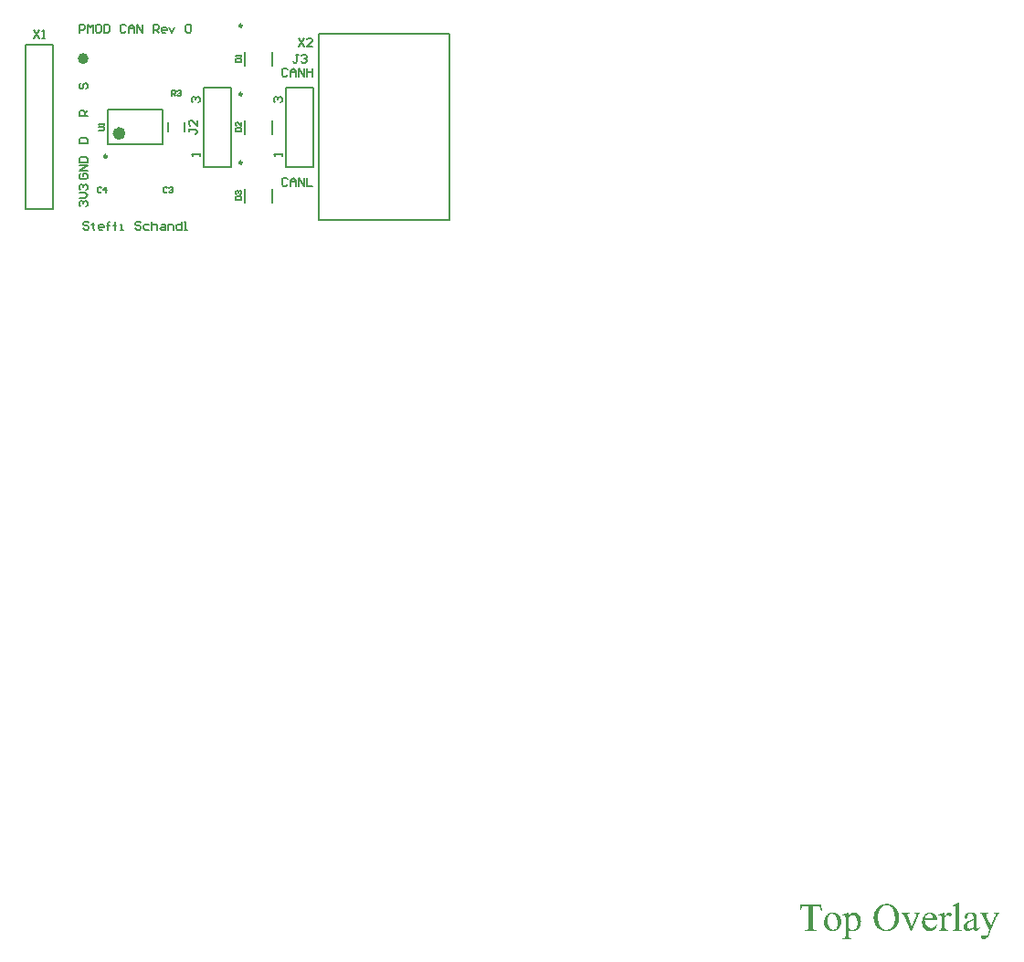
<source format=gbr>
%TF.GenerationSoftware,Altium Limited,Altium Designer,21.3.0 (21)*%
G04 Layer_Color=65535*
%FSLAX45Y45*%
%MOMM*%
%TF.SameCoordinates,798F48EE-B9F3-42F3-8741-5E889E50E555*%
%TF.FilePolarity,Positive*%
%TF.FileFunction,Legend,Top*%
%TF.Part,Single*%
G01*
G75*
%TA.AperFunction,NonConductor*%
%ADD23C,0.20000*%
%ADD24C,0.20320*%
%ADD32C,0.50800*%
%ADD33C,0.60000*%
%ADD34C,0.25000*%
%ADD35C,0.12700*%
G36*
X30175827Y12544020D02*
X30168716D01*
Y12544358D01*
Y12544697D01*
X30168378Y12546390D01*
X30168039Y12549098D01*
X30167361Y12552484D01*
X30166006Y12559594D01*
X30164993Y12562980D01*
X30163638Y12565689D01*
X30163300Y12566027D01*
X30162622Y12567382D01*
X30161267Y12569075D01*
X30159573Y12571445D01*
X30157544Y12573815D01*
X30154834Y12576523D01*
X30152127Y12578894D01*
X30148740Y12580925D01*
X30148401Y12581264D01*
X30147046Y12581602D01*
X30145016Y12582618D01*
X30142307Y12583634D01*
X30138922Y12584311D01*
X30134518Y12585327D01*
X30129779Y12585665D01*
X30124362Y12586004D01*
X30090503D01*
Y12400122D01*
Y12399784D01*
Y12399107D01*
Y12398091D01*
Y12396398D01*
X30090842Y12392673D01*
X30091180Y12388272D01*
X30091519Y12383532D01*
X30092535Y12379130D01*
X30093552Y12375067D01*
X30094568Y12373713D01*
X30095245Y12372359D01*
X30095581Y12372020D01*
X30096597Y12371343D01*
X30098291Y12369988D01*
X30100323Y12368634D01*
X30103369Y12367280D01*
X30107095Y12365925D01*
X30111157Y12365248D01*
X30116235Y12364910D01*
X30124701D01*
Y12358138D01*
X30021094D01*
Y12364910D01*
X30032269D01*
X30034976Y12365248D01*
X30038361Y12365925D01*
X30041748Y12367280D01*
X30045471Y12368634D01*
X30048859Y12371004D01*
X30051904Y12374051D01*
X30052243Y12374390D01*
X30052582Y12375406D01*
X30053259Y12377099D01*
X30053937Y12379469D01*
X30054614Y12382855D01*
X30055292Y12387595D01*
X30055969Y12393012D01*
Y12396398D01*
Y12400122D01*
Y12586004D01*
X30020755D01*
X30017032Y12585665D01*
X30009244Y12584988D01*
X30005521Y12584311D01*
X30002472Y12583295D01*
X30002133D01*
X30000778Y12582618D01*
X29999088Y12581602D01*
X29997055Y12580248D01*
X29994345Y12578555D01*
X29991638Y12576185D01*
X29988928Y12573476D01*
X29986221Y12570090D01*
X29985883Y12569752D01*
X29985205Y12568398D01*
X29984189Y12566366D01*
X29982834Y12563319D01*
X29981479Y12559594D01*
X29980466Y12555193D01*
X29979449Y12549776D01*
X29978772Y12544020D01*
X29972000D01*
X29974371Y12601240D01*
X30173456D01*
X30175827Y12544020D01*
D02*
G37*
G36*
X31360187Y12526752D02*
X31362555Y12526413D01*
X31364926Y12525736D01*
X31367975Y12524382D01*
X31370682Y12523028D01*
X31373053Y12520996D01*
X31373392Y12520657D01*
X31374069Y12519980D01*
X31375085Y12518626D01*
X31376437Y12516933D01*
X31377792Y12514902D01*
X31378809Y12512531D01*
X31379486Y12509823D01*
X31379825Y12507114D01*
Y12506776D01*
Y12506098D01*
X31379486Y12504744D01*
X31379147Y12503051D01*
X31377792Y12498988D01*
X31376776Y12497295D01*
X31375085Y12495264D01*
X31374744Y12494925D01*
X31374408Y12494587D01*
X31373392Y12493909D01*
X31372037Y12492894D01*
X31368311Y12491201D01*
X31366281Y12490862D01*
X31363910Y12490524D01*
X31362894D01*
X31361542Y12490862D01*
X31359848Y12491201D01*
X31357477Y12491878D01*
X31355106Y12493232D01*
X31352399Y12494587D01*
X31349689Y12496618D01*
X31349353Y12496957D01*
X31348337Y12497634D01*
X31346982Y12498650D01*
X31345288Y12500004D01*
X31341565Y12502035D01*
X31339871Y12502713D01*
X31338177Y12503051D01*
X31337500D01*
X31336148Y12502713D01*
X31334116Y12501358D01*
X31332761Y12500681D01*
X31331406Y12499327D01*
X31331067Y12498988D01*
X31330051Y12497972D01*
X31328360Y12495941D01*
X31326328Y12493571D01*
X31323959Y12490185D01*
X31320911Y12485784D01*
X31317862Y12480705D01*
X31314816Y12474949D01*
Y12396398D01*
Y12395721D01*
Y12394028D01*
X31315155Y12391658D01*
Y12388610D01*
X31316171Y12381839D01*
X31317188Y12378453D01*
X31318201Y12375744D01*
Y12375406D01*
X31318542Y12375067D01*
X31320233Y12373036D01*
X31322604Y12370327D01*
X31326328Y12367618D01*
X31326666D01*
X31327344Y12367280D01*
X31328699Y12366603D01*
X31330731Y12366264D01*
X31333099Y12365587D01*
X31336148Y12364910D01*
X31339532Y12364571D01*
X31343597D01*
Y12358138D01*
X31259290D01*
Y12364571D01*
X31261319D01*
X31263351Y12364910D01*
X31266061D01*
X31272156Y12366264D01*
X31275201Y12366941D01*
X31277573Y12368296D01*
X31277911D01*
X31278250Y12368973D01*
X31280280Y12370666D01*
X31282312Y12373713D01*
X31284006Y12377776D01*
Y12378114D01*
X31284344Y12378453D01*
Y12379469D01*
X31284683Y12381162D01*
Y12383532D01*
X31285022Y12386579D01*
Y12390303D01*
Y12395382D01*
Y12458697D01*
Y12459036D01*
Y12460051D01*
Y12461406D01*
Y12463099D01*
Y12465469D01*
Y12467839D01*
Y12473595D01*
X31284683Y12479350D01*
X31284344Y12485106D01*
Y12487476D01*
X31284006Y12489508D01*
Y12491201D01*
X31283667Y12492555D01*
Y12492894D01*
X31283328Y12493571D01*
X31282651Y12495602D01*
X31281296Y12498311D01*
X31279266Y12500681D01*
X31278589Y12501020D01*
X31277234Y12502035D01*
X31274863Y12502713D01*
X31271478Y12503051D01*
X31269446D01*
X31267752Y12502713D01*
X31264029Y12502035D01*
X31258951Y12500681D01*
X31257257Y12507114D01*
X31307028Y12527091D01*
X31314816D01*
Y12489846D01*
X31315155Y12490185D01*
X31315833Y12491539D01*
X31316849Y12493232D01*
X31318201Y12495602D01*
X31320233Y12498650D01*
X31322266Y12501697D01*
X31327682Y12508469D01*
X31334116Y12515240D01*
X31337500Y12518626D01*
X31341226Y12521335D01*
X31344949Y12523705D01*
X31348672Y12525398D01*
X31352737Y12526752D01*
X31356799Y12527091D01*
X31358493D01*
X31360187Y12526752D01*
D02*
G37*
G36*
X30481903D02*
X30483936Y12526413D01*
X30486646Y12526075D01*
X30492401Y12524720D01*
X30498834Y12522350D01*
X30502219Y12520657D01*
X30505606Y12518965D01*
X30509329Y12516594D01*
X30512714Y12513886D01*
X30516101Y12510839D01*
X30519150Y12507453D01*
X30519489Y12507114D01*
X30520163Y12506437D01*
X30521179Y12505083D01*
X30522195Y12503051D01*
X30523889Y12500681D01*
X30525583Y12497972D01*
X30527274Y12494587D01*
X30529306Y12490862D01*
X30531339Y12486799D01*
X30533029Y12482059D01*
X30534723Y12476980D01*
X30536417Y12471563D01*
X30537433Y12465469D01*
X30538449Y12459374D01*
X30539124Y12452941D01*
X30539462Y12445831D01*
Y12445492D01*
Y12444138D01*
Y12441768D01*
X30539124Y12438721D01*
X30538785Y12435335D01*
X30538110Y12430933D01*
X30537433Y12426193D01*
X30536417Y12421114D01*
X30535062Y12415697D01*
X30533368Y12410280D01*
X30531339Y12404185D01*
X30528967Y12398429D01*
X30526260Y12392673D01*
X30522873Y12386579D01*
X30519150Y12381162D01*
X30514746Y12375744D01*
X30514407Y12375406D01*
X30513730Y12374729D01*
X30512714Y12373713D01*
X30511023Y12372359D01*
X30509329Y12370327D01*
X30506961Y12368634D01*
X30503912Y12366603D01*
X30500864Y12364571D01*
X30497479Y12362201D01*
X30493756Y12360170D01*
X30484952Y12356784D01*
X30480212Y12355091D01*
X30475134Y12354075D01*
X30470053Y12353398D01*
X30464297Y12353059D01*
X30461929D01*
X30459558Y12353398D01*
X30456512Y12353737D01*
X30452786Y12354075D01*
X30449063Y12354752D01*
X30444998Y12355768D01*
X30441275Y12357122D01*
X30440936D01*
X30439920Y12357800D01*
X30438565Y12358477D01*
X30436536Y12359492D01*
X30434164Y12360847D01*
X30431458Y12362540D01*
X30428748Y12364910D01*
X30425360Y12367618D01*
Y12317508D01*
Y12317170D01*
Y12316831D01*
Y12314800D01*
Y12312091D01*
X30425699Y12308705D01*
Y12304981D01*
X30426376Y12301595D01*
X30426715Y12298548D01*
X30427393Y12296178D01*
Y12295839D01*
X30427731Y12295500D01*
X30429086Y12293469D01*
X30431116Y12291099D01*
X30434503Y12288729D01*
X30434842D01*
X30435519Y12288390D01*
X30436874Y12288052D01*
X30438904Y12287374D01*
X30441275Y12287036D01*
X30444659Y12286359D01*
X30448386Y12286020D01*
X30453125D01*
Y12279587D01*
X30367126D01*
Y12286020D01*
X30373221D01*
X30374911Y12286359D01*
X30377283Y12286697D01*
X30382700Y12287713D01*
X30385410Y12288729D01*
X30388116Y12290083D01*
X30388794Y12290422D01*
X30390149Y12291437D01*
X30391843Y12293469D01*
X30393536Y12296178D01*
Y12296516D01*
X30393872Y12297193D01*
X30394211Y12298548D01*
X30394550Y12300579D01*
X30394888Y12303626D01*
X30395227Y12307351D01*
X30395566Y12312430D01*
Y12318524D01*
Y12474272D01*
Y12474610D01*
Y12474949D01*
Y12476980D01*
Y12479689D01*
X30395227Y12482736D01*
Y12486122D01*
X30394888Y12489508D01*
X30394550Y12492217D01*
X30393872Y12494248D01*
Y12494587D01*
X30393536Y12494925D01*
X30392856Y12496618D01*
X30391165Y12498988D01*
X30389133Y12500681D01*
X30388455Y12501020D01*
X30387103Y12502035D01*
X30384393Y12502713D01*
X30380667Y12503051D01*
X30378976D01*
X30377960Y12502713D01*
X30374234Y12502035D01*
X30369833Y12500681D01*
X30367801Y12506437D01*
X30418250Y12526413D01*
X30425360D01*
Y12488492D01*
X30426038Y12489169D01*
X30426715Y12490185D01*
X30427393Y12491539D01*
X30430099Y12495264D01*
X30433148Y12500004D01*
X30437213Y12504744D01*
X30441275Y12509823D01*
X30446014Y12514563D01*
X30450754Y12518287D01*
X30451431Y12518626D01*
X30453125Y12519642D01*
X30455496Y12520996D01*
X30458881Y12522689D01*
X30462943Y12524382D01*
X30467685Y12525736D01*
X30472763Y12526752D01*
X30477841Y12527091D01*
X30480212D01*
X30481903Y12526752D01*
D02*
G37*
G36*
X31823367Y12515917D02*
X31823029D01*
X31822351Y12515579D01*
X31820996D01*
X31819641Y12515240D01*
X31816257Y12514224D01*
X31813208Y12512870D01*
X31812531Y12512531D01*
X31810840Y12511177D01*
X31808469Y12508469D01*
X31806775Y12506776D01*
X31805423Y12504744D01*
X31805084Y12504067D01*
X31804745Y12503390D01*
X31804068Y12502035D01*
X31803052Y12500343D01*
X31802036Y12497972D01*
X31801019Y12494925D01*
X31799326Y12491201D01*
X31732288Y12327327D01*
Y12326989D01*
X31731949Y12326311D01*
X31731271Y12324957D01*
X31730594Y12323603D01*
X31729578Y12321571D01*
X31728564Y12319201D01*
X31725516Y12314122D01*
X31721793Y12308028D01*
X31717728Y12302272D01*
X31712650Y12296516D01*
X31706894Y12291437D01*
X31706216Y12290760D01*
X31704187Y12289406D01*
X31701138Y12287374D01*
X31697415Y12285343D01*
X31692673Y12282973D01*
X31687933Y12280941D01*
X31682516Y12279587D01*
X31677100Y12278910D01*
X31675406D01*
X31673376Y12279248D01*
X31671005Y12279587D01*
X31668295Y12280603D01*
X31665250Y12281619D01*
X31662540Y12283311D01*
X31659830Y12285343D01*
X31659494Y12285682D01*
X31658817Y12286359D01*
X31657800Y12287713D01*
X31656445Y12289406D01*
X31655090Y12291437D01*
X31654074Y12293808D01*
X31653397Y12296516D01*
X31653061Y12299225D01*
Y12299563D01*
Y12300579D01*
X31653397Y12301933D01*
X31653738Y12303626D01*
X31655090Y12307689D01*
X31656107Y12309382D01*
X31657800Y12311414D01*
X31658139Y12311752D01*
X31658817Y12312091D01*
X31659830Y12312768D01*
X31661185Y12313784D01*
X31663217Y12314461D01*
X31665588Y12315138D01*
X31668295Y12315477D01*
X31671344Y12315815D01*
X31672360D01*
X31673712Y12315477D01*
X31675406D01*
X31677777Y12314800D01*
X31680484Y12314122D01*
X31683533Y12313445D01*
X31687256Y12312091D01*
X31687595D01*
X31688272Y12311752D01*
X31689627Y12311414D01*
X31690982Y12310737D01*
X31694028Y12309721D01*
X31695044Y12309382D01*
X31697076D01*
X31698090Y12309721D01*
X31699445Y12310059D01*
X31701477Y12310737D01*
X31703510Y12311752D01*
X31705539Y12313107D01*
X31707910Y12315138D01*
X31708249Y12315477D01*
X31708926Y12316154D01*
X31710281Y12317847D01*
X31711972Y12319878D01*
X31714005Y12322587D01*
X31716037Y12326311D01*
X31718405Y12331052D01*
X31720776Y12336469D01*
X31732288Y12364910D01*
X31673376Y12488154D01*
Y12488492D01*
X31673035Y12489169D01*
X31672360Y12490524D01*
X31671344Y12492217D01*
X31669989Y12494248D01*
X31668634Y12496618D01*
X31664911Y12502035D01*
X31664572Y12502374D01*
X31664233Y12503051D01*
X31663217Y12504067D01*
X31662201Y12505421D01*
X31659830Y12508469D01*
X31658478Y12509823D01*
X31657462Y12510839D01*
X31657123D01*
X31656784Y12511177D01*
X31655768Y12511854D01*
X31654413Y12512531D01*
X31652383Y12513209D01*
X31650351Y12514224D01*
X31647305Y12514902D01*
X31644257Y12515917D01*
Y12522350D01*
X31720776D01*
Y12515917D01*
X31715698D01*
X31714343Y12515579D01*
X31712650D01*
X31708588Y12514224D01*
X31706555Y12513547D01*
X31704865Y12512193D01*
X31704187Y12511516D01*
X31702832Y12509823D01*
X31701477Y12507114D01*
X31701138Y12505421D01*
X31700800Y12503390D01*
Y12503051D01*
Y12502035D01*
X31701138Y12500681D01*
X31701477Y12498311D01*
X31702155Y12495602D01*
X31703510Y12492555D01*
X31704865Y12488492D01*
X31706894Y12484091D01*
X31746848Y12401138D01*
X31783752Y12491878D01*
Y12492217D01*
X31784091Y12493232D01*
X31784769Y12494587D01*
X31785446Y12496618D01*
X31786462Y12501020D01*
X31786801Y12506437D01*
Y12507114D01*
Y12508469D01*
X31786121Y12510161D01*
X31785446Y12511516D01*
X31785107Y12511854D01*
X31784430Y12512531D01*
X31783075Y12513547D01*
X31781042Y12514563D01*
X31780365Y12514902D01*
X31779688D01*
X31778674Y12515240D01*
X31776981Y12515579D01*
X31775287D01*
X31772919Y12515917D01*
X31770209D01*
Y12522350D01*
X31823367D01*
Y12515917D01*
D02*
G37*
G36*
X31088983D02*
X31088644D01*
X31087289Y12515579D01*
X31085934D01*
X31083902Y12514902D01*
X31079501Y12513886D01*
X31077469Y12512870D01*
X31075778Y12511854D01*
X31075439Y12511516D01*
X31074762Y12510839D01*
X31073746Y12509484D01*
X31072052Y12507453D01*
X31070361Y12505083D01*
X31068668Y12502035D01*
X31066635Y12497972D01*
X31064603Y12493571D01*
X31007047Y12353059D01*
X30999258D01*
X30941022Y12491539D01*
X30940683Y12491878D01*
X30940344Y12493232D01*
X30939667Y12494925D01*
X30938651Y12496957D01*
X30935944Y12501697D01*
X30934589Y12503728D01*
X30933234Y12505421D01*
Y12505760D01*
X30932556Y12506098D01*
X30930865Y12508130D01*
X30928156Y12510161D01*
X30924432Y12512531D01*
X30923755Y12512870D01*
X30923077Y12513209D01*
X30921722Y12513547D01*
X30920029Y12514224D01*
X30917999Y12514563D01*
X30915289Y12515240D01*
X30912241Y12515917D01*
Y12522350D01*
X30989099D01*
Y12515917D01*
X30983344D01*
X30981989Y12515579D01*
X30980298D01*
X30976910Y12514224D01*
X30975217Y12513547D01*
X30973526Y12512193D01*
X30972849Y12511516D01*
X30971832Y12509823D01*
X30970816Y12506776D01*
X30970139Y12503051D01*
Y12502713D01*
Y12502035D01*
X30970477Y12500681D01*
Y12498988D01*
X30971155Y12496957D01*
X30971832Y12494248D01*
X30972510Y12491539D01*
X30973865Y12488492D01*
X31011786Y12397752D01*
X31050046Y12491878D01*
X31050385Y12492217D01*
X31050723Y12493571D01*
X31051398Y12495264D01*
X31052078Y12497634D01*
X31053430Y12502374D01*
X31054108Y12505083D01*
Y12507114D01*
Y12507453D01*
X31053769Y12508469D01*
X31053430Y12509823D01*
X31052414Y12511177D01*
X31052078Y12511516D01*
X31051062Y12512531D01*
X31049707Y12513886D01*
X31047675Y12514902D01*
X31046997Y12515240D01*
X31046320D01*
X31044965Y12515579D01*
X31043274D01*
X31041241Y12515917D01*
X31035147D01*
Y12522350D01*
X31088983D01*
Y12515917D01*
D02*
G37*
G36*
X31445508Y12395382D02*
Y12394705D01*
Y12393012D01*
Y12390303D01*
X31445847Y12386918D01*
Y12383532D01*
X31446524Y12380146D01*
X31446863Y12377099D01*
X31447540Y12374729D01*
Y12374390D01*
X31447879Y12374051D01*
X31449234Y12372020D01*
X31451266Y12369311D01*
X31454312Y12366941D01*
X31454651D01*
X31455328Y12366603D01*
X31456342Y12366264D01*
X31458374Y12365925D01*
X31460745Y12365248D01*
X31463791Y12364910D01*
X31467517Y12364571D01*
X31471918D01*
Y12358138D01*
X31391336D01*
Y12364571D01*
X31395059D01*
X31397430Y12364910D01*
X31402509Y12365587D01*
X31404880Y12365925D01*
X31406573Y12366603D01*
X31406912D01*
X31407248Y12366941D01*
X31408942Y12368634D01*
X31411313Y12371004D01*
X31413345Y12374390D01*
Y12374729D01*
X31413681Y12375406D01*
X31414020Y12377099D01*
X31414697Y12379130D01*
X31415036Y12381839D01*
X31415375Y12385563D01*
X31415714Y12389965D01*
Y12395382D01*
Y12544697D01*
Y12545035D01*
Y12546051D01*
Y12547405D01*
Y12549098D01*
Y12551130D01*
Y12553838D01*
Y12559256D01*
X31415375Y12565012D01*
X31415036Y12570429D01*
Y12572799D01*
X31414697Y12575169D01*
Y12576862D01*
X31414359Y12578216D01*
Y12578555D01*
X31414020Y12579232D01*
X31413681Y12580248D01*
X31413345Y12581602D01*
X31411990Y12584649D01*
X31411313Y12586004D01*
X31410297Y12587020D01*
X31409958Y12587358D01*
X31408264Y12588374D01*
X31406232Y12589051D01*
X31403186Y12589390D01*
X31401492D01*
X31400140Y12589051D01*
X31398447Y12588712D01*
X31396414Y12588374D01*
X31391336Y12586681D01*
X31388626Y12593114D01*
X31437384Y12613090D01*
X31445508D01*
Y12395382D01*
D02*
G37*
G36*
X31563675Y12526752D02*
X31566043D01*
X31571124Y12526075D01*
X31576541Y12525398D01*
X31582635Y12524043D01*
X31588730Y12522012D01*
X31594147Y12519642D01*
X31594485Y12519303D01*
X31595840Y12518626D01*
X31597870Y12517272D01*
X31599902Y12515240D01*
X31602612Y12512870D01*
X31605319Y12509823D01*
X31607690Y12506437D01*
X31609720Y12502374D01*
Y12502035D01*
X31610397Y12500681D01*
X31610736Y12498650D01*
X31611414Y12495602D01*
X31612091Y12491201D01*
X31612430Y12485784D01*
X31612769Y12482736D01*
X31613107Y12479012D01*
Y12475287D01*
Y12470886D01*
Y12415020D01*
Y12414681D01*
Y12414004D01*
Y12412988D01*
Y12411295D01*
Y12407232D01*
Y12402831D01*
X31613446Y12397752D01*
Y12393012D01*
Y12388949D01*
X31613785Y12387595D01*
Y12386240D01*
Y12385902D01*
X31614124Y12385563D01*
X31614462Y12383532D01*
X31615479Y12381162D01*
X31616830Y12379469D01*
X31617169Y12379130D01*
X31618185Y12378792D01*
X31619540Y12378114D01*
X31621573Y12377776D01*
X31623264D01*
X31624957Y12378114D01*
X31626651Y12378792D01*
X31626990D01*
X31627328Y12379469D01*
X31628342Y12380146D01*
X31630035Y12381500D01*
X31631729Y12383193D01*
X31634439Y12385225D01*
X31637485Y12388272D01*
X31641208Y12391996D01*
Y12381839D01*
X31640872Y12381500D01*
X31640195Y12380823D01*
X31639178Y12379469D01*
X31637823Y12377776D01*
X31635791Y12375744D01*
X31633759Y12373374D01*
X31628683Y12368634D01*
X31622925Y12363555D01*
X31616492Y12359154D01*
X31613107Y12357461D01*
X31609720Y12356107D01*
X31606335Y12355429D01*
X31602948Y12355091D01*
X31601596D01*
X31599902Y12355429D01*
X31597870Y12355768D01*
X31595502Y12356445D01*
X31593130Y12357461D01*
X31590762Y12358815D01*
X31588730Y12360847D01*
X31588391Y12361185D01*
X31588052Y12362201D01*
X31587036Y12363555D01*
X31586359Y12365587D01*
X31585342Y12368634D01*
X31584326Y12372020D01*
X31583990Y12376422D01*
X31583649Y12381500D01*
X31583313Y12381162D01*
X31582635Y12380823D01*
X31581281Y12379807D01*
X31579587Y12378453D01*
X31575186Y12375406D01*
X31570108Y12371343D01*
X31564691Y12367618D01*
X31559610Y12363894D01*
X31555209Y12360847D01*
X31553177Y12359831D01*
X31551825Y12359154D01*
X31551486Y12358815D01*
X31550131Y12358477D01*
X31548099Y12357800D01*
X31545728Y12357122D01*
X31542343Y12356107D01*
X31538956Y12355429D01*
X31535233Y12355091D01*
X31531171Y12354752D01*
X31530493D01*
X31528461Y12355091D01*
X31525076Y12355429D01*
X31521350Y12356107D01*
X31516949Y12357461D01*
X31512210Y12359492D01*
X31507468Y12362540D01*
X31503067Y12366264D01*
X31502728Y12366941D01*
X31501376Y12368296D01*
X31499683Y12371004D01*
X31497650Y12374390D01*
X31495618Y12378792D01*
X31493927Y12383870D01*
X31492572Y12389965D01*
X31492233Y12396736D01*
Y12397414D01*
Y12398768D01*
X31492572Y12401138D01*
X31492911Y12403847D01*
X31493588Y12407232D01*
X31494266Y12410618D01*
X31495618Y12414343D01*
X31497311Y12417729D01*
X31497650Y12418406D01*
X31498666Y12419760D01*
X31500699Y12422130D01*
X31503406Y12425177D01*
X31506793Y12428563D01*
X31511194Y12432288D01*
X31516611Y12436351D01*
X31523044Y12440414D01*
X31523383D01*
X31524060Y12440752D01*
X31525076Y12441429D01*
X31526431Y12442445D01*
X31528461Y12443461D01*
X31531171Y12444815D01*
X31533878Y12446169D01*
X31537604Y12447862D01*
X31541327Y12449555D01*
X31545728Y12451587D01*
X31550809Y12453957D01*
X31556226Y12455988D01*
X31562320Y12458697D01*
X31568753Y12461067D01*
X31575864Y12464114D01*
X31583649Y12466823D01*
Y12473256D01*
Y12473595D01*
Y12474272D01*
Y12475626D01*
Y12477319D01*
X31583313Y12479350D01*
Y12481382D01*
X31582635Y12486461D01*
X31581619Y12492217D01*
X31580264Y12497634D01*
X31578571Y12502713D01*
X31577216Y12504744D01*
X31575864Y12506776D01*
X31575525Y12507114D01*
X31574509Y12508130D01*
X31572476Y12509823D01*
X31570108Y12511516D01*
X31567059Y12513209D01*
X31562997Y12514902D01*
X31558594Y12515917D01*
X31553177Y12516256D01*
X31551486D01*
X31549454Y12515917D01*
X31546744Y12515579D01*
X31544037Y12514563D01*
X31540988Y12513547D01*
X31537943Y12511854D01*
X31535233Y12509823D01*
X31534894Y12509484D01*
X31534216Y12508807D01*
X31533203Y12507453D01*
X31531848Y12505760D01*
X31530493Y12503728D01*
X31529477Y12501358D01*
X31528799Y12498650D01*
X31528461Y12495941D01*
X31529138Y12485445D01*
Y12485106D01*
Y12484091D01*
X31528799Y12482736D01*
X31528461Y12480705D01*
X31527448Y12476642D01*
X31526089Y12474610D01*
X31524738Y12472917D01*
X31524399Y12472579D01*
X31524060Y12472240D01*
X31523044Y12471563D01*
X31521689Y12470886D01*
X31518304Y12469193D01*
X31515933Y12468854D01*
X31513565Y12468516D01*
X31512549D01*
X31511194Y12468854D01*
X31509839Y12469193D01*
X31506454Y12470547D01*
X31504422Y12471563D01*
X31502728Y12472917D01*
Y12473256D01*
X31502051Y12473933D01*
X31501376Y12474949D01*
X31500699Y12476303D01*
X31500021Y12477996D01*
X31499344Y12480366D01*
X31499005Y12483075D01*
X31498666Y12485784D01*
Y12486122D01*
Y12486461D01*
X31499005Y12488492D01*
X31499344Y12491201D01*
X31500699Y12494925D01*
X31502390Y12499327D01*
X31505099Y12504067D01*
X31509161Y12509146D01*
X31511533Y12511516D01*
X31514240Y12513886D01*
X31514581D01*
X31514917Y12514563D01*
X31515933Y12515240D01*
X31517288Y12515917D01*
X31518643Y12516933D01*
X31520673Y12517949D01*
X31523044Y12519303D01*
X31525754Y12520657D01*
X31531848Y12523028D01*
X31539297Y12525059D01*
X31548099Y12526413D01*
X31558258Y12527091D01*
X31561981D01*
X31563675Y12526752D01*
D02*
G37*
G36*
X31186154D02*
X31188525Y12526413D01*
X31191235Y12526075D01*
X31197668Y12524720D01*
X31204776Y12522689D01*
X31212225Y12519303D01*
X31215948Y12517272D01*
X31219675Y12514902D01*
X31223398Y12512193D01*
X31226785Y12508807D01*
X31227124Y12508469D01*
X31227463Y12508130D01*
X31228479Y12506776D01*
X31229495Y12505421D01*
X31230847Y12503728D01*
X31232541Y12501358D01*
X31234235Y12498988D01*
X31235928Y12495941D01*
X31237280Y12492555D01*
X31238974Y12488831D01*
X31240668Y12484768D01*
X31242020Y12480705D01*
X31244052Y12470886D01*
X31244391Y12465469D01*
X31244730Y12460051D01*
X31131305D01*
Y12459713D01*
Y12458358D01*
Y12456665D01*
X31131644Y12453957D01*
Y12450910D01*
X31132321Y12447524D01*
X31132660Y12443461D01*
X31133337Y12439059D01*
X31135367Y12429917D01*
X31138754Y12420437D01*
X31140784Y12415697D01*
X31143155Y12411295D01*
X31145865Y12406894D01*
X31148911Y12402831D01*
X31149249Y12402492D01*
X31149588Y12401815D01*
X31150604Y12400799D01*
X31151959Y12399784D01*
X31153650Y12398091D01*
X31156021Y12396398D01*
X31160760Y12392673D01*
X31167194Y12388610D01*
X31174304Y12385563D01*
X31178030Y12384209D01*
X31182092Y12383193D01*
X31186493Y12382516D01*
X31190894Y12382177D01*
X31193604D01*
X31196652Y12382516D01*
X31200375Y12383193D01*
X31204776Y12384209D01*
X31209518Y12385902D01*
X31214258Y12387933D01*
X31218997Y12390642D01*
X31219675Y12390981D01*
X31221030Y12392335D01*
X31223398Y12394705D01*
X31226108Y12397752D01*
X31229495Y12402154D01*
X31232880Y12407232D01*
X31236264Y12413666D01*
X31239313Y12421453D01*
X31244730Y12417729D01*
Y12417390D01*
X31244391Y12416713D01*
Y12415358D01*
X31243713Y12413666D01*
X31243375Y12411295D01*
X31242361Y12408925D01*
X31240329Y12402831D01*
X31237619Y12396059D01*
X31233896Y12388610D01*
X31228815Y12380823D01*
X31222723Y12373036D01*
X31222382Y12372697D01*
X31222046Y12372020D01*
X31221030Y12371343D01*
X31219336Y12369988D01*
X31217642Y12368296D01*
X31215613Y12366603D01*
X31213242Y12364910D01*
X31210193Y12363217D01*
X31203760Y12359492D01*
X31195975Y12356107D01*
X31191571Y12354752D01*
X31187170Y12354075D01*
X31182431Y12353398D01*
X31177353Y12353059D01*
X31174643D01*
X31172272Y12353398D01*
X31169904Y12353737D01*
X31166855Y12354414D01*
X31163470Y12355091D01*
X31160083Y12355768D01*
X31151959Y12358477D01*
X31147894Y12360508D01*
X31143494Y12362540D01*
X31139432Y12365248D01*
X31135028Y12368296D01*
X31130966Y12371681D01*
X31126904Y12375744D01*
X31126566Y12376083D01*
X31125888Y12376760D01*
X31124872Y12378114D01*
X31123517Y12379807D01*
X31122162Y12382177D01*
X31120132Y12385225D01*
X31118439Y12388272D01*
X31116406Y12391996D01*
X31114377Y12396398D01*
X31112683Y12401138D01*
X31110651Y12406217D01*
X31109296Y12411634D01*
X31107944Y12417390D01*
X31106927Y12423823D01*
X31106250Y12430595D01*
X31105911Y12437705D01*
Y12438043D01*
Y12439398D01*
Y12441768D01*
X31106250Y12444815D01*
X31106589Y12448201D01*
X31106927Y12452264D01*
X31107605Y12456665D01*
X31108621Y12461744D01*
X31110989Y12472240D01*
X31113022Y12477658D01*
X31115054Y12483075D01*
X31117422Y12488492D01*
X31120132Y12493909D01*
X31123517Y12498650D01*
X31127243Y12503390D01*
X31127579Y12503728D01*
X31128259Y12504406D01*
X31129611Y12505421D01*
X31131305Y12507114D01*
X31133337Y12508807D01*
X31135706Y12510839D01*
X31138754Y12513209D01*
X31142139Y12515240D01*
X31145865Y12517610D01*
X31149927Y12519642D01*
X31154327Y12521673D01*
X31159406Y12523366D01*
X31164487Y12525059D01*
X31169904Y12526075D01*
X31175320Y12526752D01*
X31181415Y12527091D01*
X31184125D01*
X31186154Y12526752D01*
D02*
G37*
G36*
X30280447D02*
X30282819D01*
X30286203Y12526075D01*
X30289590Y12525736D01*
X30293652Y12524720D01*
X30298053Y12523705D01*
X30302795Y12522012D01*
X30307874Y12520319D01*
X30312613Y12517949D01*
X30317691Y12515240D01*
X30322772Y12511854D01*
X30327512Y12508130D01*
X30332251Y12503728D01*
X30336652Y12498650D01*
X30336990Y12498311D01*
X30337329Y12497634D01*
X30338345Y12496280D01*
X30339700Y12494248D01*
X30341055Y12492217D01*
X30342746Y12489169D01*
X30344440Y12486122D01*
X30346472Y12482736D01*
X30348166Y12478673D01*
X30349857Y12474272D01*
X30352905Y12464791D01*
X30354260Y12459713D01*
X30355276Y12454295D01*
X30355612Y12448878D01*
X30355951Y12443122D01*
Y12442784D01*
Y12442106D01*
Y12441091D01*
Y12439398D01*
X30355612Y12437366D01*
X30355276Y12434996D01*
X30354599Y12429240D01*
X30353244Y12422469D01*
X30351550Y12415020D01*
X30348843Y12406894D01*
X30345117Y12398429D01*
Y12398091D01*
X30344778Y12397414D01*
X30344101Y12396398D01*
X30343085Y12394705D01*
X30340717Y12390642D01*
X30337668Y12385563D01*
X30333267Y12380146D01*
X30328528Y12374390D01*
X30322772Y12368973D01*
X30316000Y12364233D01*
X30315662D01*
X30315323Y12363894D01*
X30314307Y12363217D01*
X30312613Y12362540D01*
X30310922Y12361524D01*
X30308890Y12360847D01*
X30303809Y12358815D01*
X30297717Y12356445D01*
X30290607Y12354752D01*
X30283157Y12353398D01*
X30274692Y12353059D01*
X30272998D01*
X30271307Y12353398D01*
X30268597D01*
X30265552Y12354075D01*
X30261826Y12354752D01*
X30257764Y12355429D01*
X30253363Y12356784D01*
X30248959Y12358477D01*
X30244220Y12360170D01*
X30239142Y12362540D01*
X30234402Y12365587D01*
X30229321Y12368973D01*
X30224582Y12372697D01*
X30220181Y12377437D01*
X30215778Y12382516D01*
X30215439Y12382855D01*
X30215103Y12383532D01*
X30214087Y12384886D01*
X30213071Y12386918D01*
X30211716Y12389288D01*
X30210022Y12391996D01*
X30208331Y12395044D01*
X30206638Y12398768D01*
X30204944Y12402831D01*
X30203253Y12406894D01*
X30200204Y12416374D01*
X30198172Y12427209D01*
X30197833Y12432626D01*
X30197495Y12438382D01*
Y12438721D01*
Y12439398D01*
Y12440752D01*
X30197833Y12442445D01*
Y12444477D01*
X30198172Y12446847D01*
X30198849Y12452602D01*
X30200204Y12459374D01*
X30202237Y12466823D01*
X30204944Y12474949D01*
X30208670Y12483413D01*
Y12483752D01*
X30209344Y12484429D01*
X30209686Y12485445D01*
X30210699Y12487138D01*
X30213071Y12491201D01*
X30216455Y12495941D01*
X30220859Y12501358D01*
X30225937Y12506776D01*
X30231693Y12511854D01*
X30238126Y12516256D01*
X30238464D01*
X30238803Y12516594D01*
X30239819Y12517272D01*
X30241174Y12517949D01*
X30244897Y12519642D01*
X30249976Y12521673D01*
X30255731Y12523705D01*
X30262164Y12525398D01*
X30269275Y12526752D01*
X30276724Y12527091D01*
X30278418D01*
X30280447Y12526752D01*
D02*
G37*
G36*
X30782565Y12606319D02*
X30785950Y12605980D01*
X30790015Y12605642D01*
X30794754Y12604626D01*
X30800171Y12603610D01*
X30805927Y12602256D01*
X30812021Y12600224D01*
X30818793Y12597854D01*
X30825565Y12594807D01*
X30832336Y12591421D01*
X30839447Y12587358D01*
X30846219Y12582279D01*
X30853329Y12576862D01*
X30859763Y12570429D01*
X30860101Y12570090D01*
X30861115Y12568736D01*
X30863147Y12566705D01*
X30865179Y12563996D01*
X30867889Y12560610D01*
X30870935Y12556209D01*
X30873981Y12551468D01*
X30877368Y12545713D01*
X30880417Y12539618D01*
X30883463Y12532846D01*
X30886511Y12525398D01*
X30889218Y12517610D01*
X30891589Y12509146D01*
X30893283Y12500343D01*
X30894296Y12490862D01*
X30894635Y12481043D01*
Y12480366D01*
Y12478673D01*
X30894296Y12475626D01*
X30893958Y12471902D01*
X30893619Y12467162D01*
X30892944Y12461406D01*
X30891589Y12455311D01*
X30890234Y12448878D01*
X30888541Y12441768D01*
X30886172Y12434319D01*
X30883124Y12426532D01*
X30879739Y12418744D01*
X30875674Y12410957D01*
X30870935Y12403508D01*
X30865518Y12396059D01*
X30859424Y12388949D01*
X30859085Y12388610D01*
X30857730Y12387256D01*
X30856039Y12385563D01*
X30853329Y12383193D01*
X30849942Y12380485D01*
X30845880Y12377437D01*
X30841141Y12374390D01*
X30835724Y12371004D01*
X30829968Y12367618D01*
X30823535Y12364233D01*
X30816425Y12361185D01*
X30808975Y12358477D01*
X30801187Y12356107D01*
X30792722Y12354414D01*
X30783920Y12353059D01*
X30774777Y12352721D01*
X30772409D01*
X30770038Y12353059D01*
X30766312Y12353398D01*
X30762250Y12353737D01*
X30757172Y12354752D01*
X30751416Y12355768D01*
X30745322Y12357122D01*
X30738889Y12359154D01*
X30732117Y12361524D01*
X30725345Y12364233D01*
X30718234Y12367618D01*
X30711124Y12371681D01*
X30704013Y12376422D01*
X30696906Y12382177D01*
X30690472Y12388272D01*
X30690131Y12388610D01*
X30689117Y12389965D01*
X30687424Y12391996D01*
X30685052Y12394705D01*
X30682684Y12398091D01*
X30679636Y12402492D01*
X30676590Y12407571D01*
X30673541Y12412988D01*
X30670496Y12419421D01*
X30667447Y12426532D01*
X30664401Y12433980D01*
X30662030Y12442106D01*
X30659659Y12450910D01*
X30657968Y12460051D01*
X30656952Y12469870D01*
X30656613Y12480366D01*
Y12480705D01*
Y12481043D01*
Y12483075D01*
X30656952Y12486122D01*
X30657291Y12489846D01*
X30657968Y12494925D01*
X30658643Y12500681D01*
X30659998Y12507114D01*
X30661691Y12513886D01*
X30663724Y12521335D01*
X30666092Y12528783D01*
X30669479Y12536571D01*
X30673203Y12544697D01*
X30677606Y12552484D01*
X30683023Y12560272D01*
X30689117Y12567720D01*
X30695889Y12574831D01*
X30696228Y12575169D01*
X30697580Y12576185D01*
X30699274Y12577878D01*
X30701984Y12579909D01*
X30705368Y12582279D01*
X30709094Y12584988D01*
X30713834Y12587697D01*
X30718912Y12590744D01*
X30724667Y12593791D01*
X30730762Y12596500D01*
X30737534Y12599208D01*
X30744983Y12601579D01*
X30752432Y12603610D01*
X30760556Y12605303D01*
X30769022Y12606319D01*
X30777826Y12606657D01*
X30779858D01*
X30782565Y12606319D01*
D02*
G37*
%LPC*%
G36*
X30463620Y12501358D02*
X30462268D01*
X30460574Y12501020D01*
X30458203Y12500681D01*
X30455835Y12500343D01*
X30452786Y12499665D01*
X30449738Y12498311D01*
X30446692Y12496957D01*
X30446353D01*
X30445337Y12496280D01*
X30443982Y12494925D01*
X30441614Y12493232D01*
X30438565Y12490862D01*
X30434842Y12487476D01*
X30430441Y12483075D01*
X30425360Y12477658D01*
Y12416036D01*
Y12415697D01*
Y12415020D01*
Y12414004D01*
Y12412988D01*
Y12409264D01*
X30425699Y12405201D01*
Y12400799D01*
X30426038Y12396736D01*
X30426376Y12393012D01*
X30426715Y12389965D01*
Y12389626D01*
X30427393Y12388272D01*
X30428070Y12386240D01*
X30429425Y12383870D01*
X30431116Y12380823D01*
X30433148Y12377776D01*
X30435858Y12374729D01*
X30439243Y12371681D01*
X30439581Y12371343D01*
X30440936Y12370327D01*
X30443307Y12369311D01*
X30446014Y12367957D01*
X30449738Y12366264D01*
X30453802Y12365248D01*
X30458542Y12364233D01*
X30463959Y12363894D01*
X30465652D01*
X30467007Y12364233D01*
X30470392Y12364571D01*
X30474457Y12365587D01*
X30478857Y12367280D01*
X30483936Y12369650D01*
X30488675Y12373036D01*
X30493079Y12377776D01*
X30493417Y12378114D01*
X30493756Y12378792D01*
X30494431Y12379807D01*
X30495447Y12381162D01*
X30496463Y12383193D01*
X30497818Y12385225D01*
X30499173Y12387933D01*
X30500528Y12390981D01*
X30501880Y12394705D01*
X30502896Y12398429D01*
X30504251Y12402492D01*
X30505267Y12407232D01*
X30506281Y12412311D01*
X30506961Y12417390D01*
X30507635Y12423146D01*
Y12429240D01*
Y12429579D01*
Y12430933D01*
Y12432965D01*
X30507297Y12435335D01*
Y12438721D01*
X30506622Y12442106D01*
X30506281Y12446169D01*
X30505606Y12450571D01*
X30503574Y12460051D01*
X30500528Y12469532D01*
X30498834Y12474272D01*
X30496463Y12478673D01*
X30494092Y12483075D01*
X30491046Y12487138D01*
X30490369Y12487815D01*
X30489014Y12489508D01*
X30486646Y12491539D01*
X30483258Y12494248D01*
X30479196Y12496957D01*
X30474792Y12498988D01*
X30469376Y12500681D01*
X30463620Y12501358D01*
D02*
G37*
G36*
X31583649Y12455988D02*
X31583313D01*
X31582635Y12455650D01*
X31580942Y12454973D01*
X31579248Y12454295D01*
X31577216Y12453280D01*
X31574509Y12452264D01*
X31569092Y12449894D01*
X31562997Y12447524D01*
X31557242Y12444815D01*
X31552161Y12442445D01*
X31550131Y12441429D01*
X31548438Y12440414D01*
X31547760Y12440075D01*
X31546069Y12439059D01*
X31543698Y12437366D01*
X31540649Y12435335D01*
X31537265Y12432965D01*
X31533878Y12430256D01*
X31530832Y12427209D01*
X31528122Y12423823D01*
X31527783Y12423484D01*
X31527106Y12422469D01*
X31526431Y12420776D01*
X31525415Y12418406D01*
X31524060Y12415697D01*
X31523383Y12412311D01*
X31522705Y12408925D01*
X31522366Y12405201D01*
Y12404524D01*
Y12403170D01*
X31522705Y12400799D01*
X31523383Y12397752D01*
X31524060Y12394366D01*
X31525415Y12390642D01*
X31527448Y12387256D01*
X31529816Y12383870D01*
X31530154Y12383532D01*
X31531171Y12382516D01*
X31532864Y12381162D01*
X31534894Y12379807D01*
X31537604Y12378114D01*
X31540649Y12376760D01*
X31544037Y12375744D01*
X31547760Y12375406D01*
X31548438D01*
X31550131Y12375744D01*
X31553177Y12376422D01*
X31557242Y12377776D01*
X31562320Y12379807D01*
X31568753Y12382855D01*
X31572141Y12384886D01*
X31575864Y12387595D01*
X31579587Y12390303D01*
X31583649Y12393351D01*
Y12455988D01*
D02*
G37*
G36*
X31171597Y12514224D02*
X31170920D01*
X31169226Y12513886D01*
X31166180Y12513547D01*
X31162793Y12512870D01*
X31158392Y12511177D01*
X31153989Y12509146D01*
X31149249Y12506437D01*
X31144849Y12502374D01*
X31144510Y12501697D01*
X31142816Y12500343D01*
X31141125Y12497634D01*
X31138754Y12494248D01*
X31136383Y12489508D01*
X31134012Y12484091D01*
X31132321Y12477658D01*
X31131305Y12470547D01*
X31207486D01*
Y12470886D01*
Y12471224D01*
X31207147Y12473256D01*
Y12475965D01*
X31206470Y12479012D01*
X31205453Y12486461D01*
X31204437Y12489846D01*
X31203424Y12492555D01*
X31203085Y12492894D01*
X31202747Y12494248D01*
X31201730Y12495941D01*
X31200037Y12498311D01*
X31198343Y12501020D01*
X31195975Y12503728D01*
X31193265Y12506098D01*
X31190219Y12508469D01*
X31189880Y12508807D01*
X31188864Y12509484D01*
X31186832Y12510161D01*
X31184464Y12511516D01*
X31181754Y12512531D01*
X31178705Y12513209D01*
X31175320Y12513886D01*
X31171597Y12514224D01*
D02*
G37*
G36*
X30271307Y12515579D02*
X30269614D01*
X30267581Y12515240D01*
X30265213Y12514902D01*
X30262164Y12514224D01*
X30259119Y12513209D01*
X30255731Y12511854D01*
X30252008Y12509823D01*
X30251669Y12509484D01*
X30250314Y12508807D01*
X30248621Y12507114D01*
X30246591Y12505083D01*
X30243881Y12502374D01*
X30241510Y12498988D01*
X30238803Y12494925D01*
X30236432Y12489846D01*
X30236093Y12489169D01*
X30235416Y12487476D01*
X30234741Y12484429D01*
X30233725Y12480028D01*
X30232370Y12474949D01*
X30231693Y12468854D01*
X30231015Y12461744D01*
X30230676Y12453618D01*
Y12453280D01*
Y12451925D01*
Y12450232D01*
X30231015Y12447524D01*
Y12444477D01*
X30231354Y12440752D01*
X30232031Y12436689D01*
X30232370Y12432288D01*
X30234061Y12422807D01*
X30236771Y12412311D01*
X30240158Y12401815D01*
X30244897Y12391658D01*
X30245236Y12391319D01*
X30245575Y12390642D01*
X30246252Y12389288D01*
X30247607Y12387595D01*
X30250653Y12383532D01*
X30255054Y12378792D01*
X30260471Y12374051D01*
X30266904Y12369988D01*
X30270291Y12368296D01*
X30274014Y12366941D01*
X30278079Y12366264D01*
X30282480Y12365925D01*
X30284174D01*
X30285526Y12366264D01*
X30288574Y12366603D01*
X30292636Y12367618D01*
X30297375Y12369311D01*
X30302118Y12372020D01*
X30306857Y12375406D01*
X30311258Y12380146D01*
Y12380485D01*
X30311597Y12380823D01*
X30312274Y12381839D01*
X30312952Y12382855D01*
X30313968Y12384547D01*
X30314984Y12386579D01*
X30316000Y12388949D01*
X30317014Y12391658D01*
X30318030Y12394705D01*
X30319046Y12398429D01*
X30320062Y12402492D01*
X30321078Y12406894D01*
X30321756Y12411634D01*
X30322433Y12417051D01*
X30322772Y12422807D01*
Y12429240D01*
Y12429917D01*
Y12431272D01*
Y12433642D01*
X30322433Y12436689D01*
X30322095Y12440075D01*
X30321756Y12444477D01*
X30321078Y12449217D01*
X30320401Y12454295D01*
X30318030Y12465469D01*
X30314645Y12476980D01*
X30312613Y12482736D01*
X30310242Y12488154D01*
X30307196Y12493571D01*
X30303809Y12498311D01*
Y12498650D01*
X30303134Y12498988D01*
X30301440Y12501020D01*
X30298734Y12503728D01*
X30295007Y12507114D01*
X30290268Y12510161D01*
X30284851Y12512870D01*
X30278418Y12514902D01*
X30275031Y12515240D01*
X30271307Y12515579D01*
D02*
G37*
G36*
X30774438Y12593791D02*
X30771393D01*
X30769022Y12593453D01*
X30766312Y12593114D01*
X30762927Y12592437D01*
X30759543Y12591760D01*
X30755478Y12590744D01*
X30751416Y12589390D01*
X30747354Y12587697D01*
X30742950Y12586004D01*
X30738550Y12583634D01*
X30734149Y12580586D01*
X30729745Y12577539D01*
X30725684Y12573815D01*
X30721960Y12569413D01*
X30721622Y12569075D01*
X30720944Y12568059D01*
X30719589Y12566366D01*
X30718234Y12563657D01*
X30716202Y12560610D01*
X30714172Y12556886D01*
X30712140Y12552484D01*
X30709769Y12547067D01*
X30707401Y12541311D01*
X30705368Y12534539D01*
X30703336Y12527429D01*
X30701306Y12519642D01*
X30699951Y12511177D01*
X30698596Y12501697D01*
X30697919Y12491878D01*
X30697580Y12481382D01*
Y12480705D01*
Y12478673D01*
X30697919Y12475626D01*
Y12471563D01*
X30698257Y12466484D01*
X30698935Y12460728D01*
X30699612Y12454295D01*
X30700629Y12447524D01*
X30701984Y12440414D01*
X30703677Y12432965D01*
X30705707Y12425177D01*
X30708417Y12417390D01*
X30711124Y12409941D01*
X30714511Y12402831D01*
X30718573Y12396059D01*
X30722974Y12389626D01*
X30723312Y12389288D01*
X30723990Y12388610D01*
X30725006Y12387256D01*
X30726700Y12385902D01*
X30728391Y12384209D01*
X30730762Y12382177D01*
X30733472Y12379807D01*
X30736856Y12377776D01*
X30740244Y12375406D01*
X30744305Y12373036D01*
X30748370Y12371004D01*
X30753110Y12369311D01*
X30757849Y12367957D01*
X30763266Y12366603D01*
X30768683Y12365925D01*
X30774438Y12365587D01*
X30776132D01*
X30777826Y12365925D01*
X30780194D01*
X30783243Y12366264D01*
X30786627Y12366941D01*
X30790353Y12367957D01*
X30794415Y12368973D01*
X30798816Y12370327D01*
X30803558Y12372020D01*
X30808298Y12374051D01*
X30813037Y12376760D01*
X30817776Y12379807D01*
X30822519Y12383193D01*
X30826920Y12387256D01*
X30831320Y12391996D01*
X30831659Y12392335D01*
X30832336Y12393351D01*
X30833353Y12394705D01*
X30834708Y12397075D01*
X30836401Y12400122D01*
X30838431Y12403508D01*
X30840463Y12407571D01*
X30842493Y12412650D01*
X30844525Y12418067D01*
X30846558Y12424500D01*
X30848590Y12431272D01*
X30850281Y12438721D01*
X30851636Y12447185D01*
X30852652Y12456327D01*
X30853329Y12465807D01*
X30853668Y12476303D01*
Y12476642D01*
Y12476980D01*
Y12479012D01*
Y12482398D01*
X30853329Y12486461D01*
X30852991Y12491539D01*
X30852313Y12497634D01*
X30851636Y12504067D01*
X30850620Y12511177D01*
X30849265Y12518626D01*
X30847574Y12526413D01*
X30845541Y12534201D01*
X30843170Y12541988D01*
X30840463Y12549437D01*
X30837076Y12556547D01*
X30833353Y12563319D01*
X30828952Y12569413D01*
X30828613Y12569752D01*
X30827936Y12570429D01*
X30826920Y12571783D01*
X30825226Y12573138D01*
X30823196Y12575169D01*
X30820825Y12577201D01*
X30818115Y12579232D01*
X30814731Y12581602D01*
X30811005Y12583972D01*
X30806943Y12586004D01*
X30802542Y12588035D01*
X30797800Y12590067D01*
X30792383Y12591421D01*
X30786966Y12592775D01*
X30780872Y12593453D01*
X30774438Y12593791D01*
D02*
G37*
%LPD*%
D23*
X26720801Y18948399D02*
Y20675600D01*
X25514301D02*
X26720801D01*
X25514301Y18948399D02*
Y20675600D01*
Y18948399D02*
X26720801D01*
X22795345Y19050015D02*
X23050500D01*
X23051656Y19050000D02*
X23053044Y20574001D01*
X22796500D02*
X23053044D01*
X22796500D02*
X22796500Y19050000D01*
X25209500Y19443700D02*
Y20180299D01*
X25463484D01*
Y19443700D02*
Y20180299D01*
X25209500Y19443700D02*
X25463484D01*
X24062500Y19652000D02*
Y19972000D01*
X23562500Y19652000D02*
Y19972000D01*
X24062500D01*
X23562500Y19652000D02*
X24062500D01*
X25082500Y19113499D02*
Y19240500D01*
X24828500Y19113499D02*
Y19240500D01*
X24113499Y19772000D02*
Y19852000D01*
X24273500Y19772000D02*
Y19852000D01*
X24828500Y20383501D02*
Y20510500D01*
X25082500Y20383501D02*
Y20510500D01*
Y19748500D02*
Y19875500D01*
X24828500Y19748500D02*
Y19875500D01*
X24447501Y19443700D02*
X24701485D01*
Y20180299D01*
X24447501D02*
X24701485D01*
X24447501Y19443700D02*
Y20180299D01*
D24*
X25323820Y20637488D02*
X25374603Y20561311D01*
Y20637488D02*
X25323820Y20561311D01*
X25450780D02*
X25399995D01*
X25450780Y20612096D01*
Y20624792D01*
X25438084Y20637488D01*
X25412692D01*
X25399995Y20624792D01*
X22872717Y20713689D02*
X22923500Y20637512D01*
Y20713689D02*
X22872717Y20637512D01*
X22948892D02*
X22974284D01*
X22961588D01*
Y20713689D01*
X22948892Y20700992D01*
X25323804Y20485088D02*
X25298412D01*
X25311108D01*
Y20421608D01*
X25298412Y20408913D01*
X25285716D01*
X25273021Y20421608D01*
X25349196Y20472392D02*
X25361893Y20485088D01*
X25387283D01*
X25399979Y20472392D01*
Y20459695D01*
X25387283Y20447000D01*
X25374588D01*
X25387283D01*
X25399979Y20434303D01*
Y20421608D01*
X25387283Y20408913D01*
X25361893D01*
X25349196Y20421608D01*
X25171388Y19545305D02*
Y19570697D01*
Y19558002D01*
X25095213D01*
X25107909Y19545305D01*
X25107909Y20040610D02*
X25095213Y20053305D01*
Y20078697D01*
X25107909Y20091393D01*
X25120605D01*
X25133299Y20078697D01*
Y20066000D01*
Y20078697D01*
X25145996Y20091393D01*
X25158691D01*
X25171388Y20078697D01*
Y20053305D01*
X25158691Y20040610D01*
X24307812Y19799304D02*
Y19773914D01*
Y19786609D01*
X24371291D01*
X24383987Y19773914D01*
Y19761217D01*
X24371291Y19748521D01*
X24383987Y19875481D02*
Y19824696D01*
X24333205Y19875481D01*
X24320508D01*
X24307812Y19862784D01*
Y19837392D01*
X24320508Y19824696D01*
X24345909Y20040610D02*
X24333212Y20053305D01*
Y20078697D01*
X24345909Y20091393D01*
X24358604D01*
X24371300Y20078697D01*
Y20066000D01*
Y20078697D01*
X24383997Y20091393D01*
X24396692D01*
X24409389Y20078697D01*
Y20053305D01*
X24396692Y20040610D01*
X24409389Y19545305D02*
Y19570697D01*
Y19558002D01*
X24333212D01*
X24345909Y19545305D01*
X23380840Y18922992D02*
X23368144Y18935687D01*
X23342752D01*
X23330057Y18922992D01*
Y18910297D01*
X23342752Y18897600D01*
X23368144D01*
X23380840Y18884904D01*
Y18872208D01*
X23368144Y18859512D01*
X23342752D01*
X23330057Y18872208D01*
X23418929Y18922992D02*
Y18910297D01*
X23406232D01*
X23431622D01*
X23418929D01*
Y18872208D01*
X23431622Y18859512D01*
X23507799D02*
X23482407D01*
X23469711Y18872208D01*
Y18897600D01*
X23482407Y18910297D01*
X23507799D01*
X23520494Y18897600D01*
Y18884904D01*
X23469711D01*
X23558582Y18859512D02*
Y18922992D01*
Y18897600D01*
X23545886D01*
X23571278D01*
X23558582D01*
Y18922992D01*
X23571278Y18935687D01*
X23622063Y18859512D02*
Y18922992D01*
Y18897600D01*
X23609366D01*
X23634758D01*
X23622063D01*
Y18922992D01*
X23634758Y18935687D01*
X23672845Y18859512D02*
X23698238D01*
X23685541D01*
Y18910297D01*
X23672845D01*
X23863283Y18922992D02*
X23850587Y18935687D01*
X23825195D01*
X23812500Y18922992D01*
Y18910297D01*
X23825195Y18897600D01*
X23850587D01*
X23863283Y18884904D01*
Y18872208D01*
X23850587Y18859512D01*
X23825195D01*
X23812500Y18872208D01*
X23939459Y18910297D02*
X23901370D01*
X23888675Y18897600D01*
Y18872208D01*
X23901370Y18859512D01*
X23939459D01*
X23964851Y18935687D02*
Y18859512D01*
Y18897600D01*
X23977547Y18910297D01*
X24002939D01*
X24015634Y18897600D01*
Y18859512D01*
X24053722Y18910297D02*
X24079114D01*
X24091811Y18897600D01*
Y18859512D01*
X24053722D01*
X24041026Y18872208D01*
X24053722Y18884904D01*
X24091811D01*
X24117201Y18859512D02*
Y18910297D01*
X24155289D01*
X24167986Y18897600D01*
Y18859512D01*
X24244160Y18935687D02*
Y18859512D01*
X24206073D01*
X24193378Y18872208D01*
Y18897600D01*
X24206073Y18910297D01*
X24244160D01*
X24269553Y18859512D02*
X24294943D01*
X24282248D01*
Y18935687D01*
X24269553D01*
X23291968Y20688312D02*
Y20764488D01*
X23330057D01*
X23342752Y20751791D01*
Y20726401D01*
X23330057Y20713704D01*
X23291968D01*
X23368144Y20688312D02*
Y20764488D01*
X23393536Y20739096D01*
X23418927Y20764488D01*
Y20688312D01*
X23482407Y20764488D02*
X23457014D01*
X23444319Y20751791D01*
Y20701009D01*
X23457014Y20688312D01*
X23482407D01*
X23495103Y20701009D01*
Y20751791D01*
X23482407Y20764488D01*
X23520494D02*
Y20688312D01*
X23558582D01*
X23571278Y20701009D01*
Y20751791D01*
X23558582Y20764488D01*
X23520494D01*
X23723630Y20751791D02*
X23710933Y20764488D01*
X23685541D01*
X23672845Y20751791D01*
Y20701009D01*
X23685541Y20688312D01*
X23710933D01*
X23723630Y20701009D01*
X23749020Y20688312D02*
Y20739096D01*
X23774413Y20764488D01*
X23799805Y20739096D01*
Y20688312D01*
Y20726401D01*
X23749020D01*
X23825195Y20688312D02*
Y20764488D01*
X23875980Y20688312D01*
Y20764488D01*
X23977547Y20688312D02*
Y20764488D01*
X24015634D01*
X24028329Y20751791D01*
Y20726401D01*
X24015634Y20713704D01*
X23977547D01*
X24002939D02*
X24028329Y20688312D01*
X24091811D02*
X24066418D01*
X24053722Y20701009D01*
Y20726401D01*
X24066418Y20739096D01*
X24091811D01*
X24104506Y20726401D01*
Y20713704D01*
X24053722D01*
X24129897Y20739096D02*
X24155289Y20688312D01*
X24180681Y20739096D01*
X24282248Y20751791D02*
X24294943Y20764488D01*
X24320335D01*
X24333032Y20751791D01*
Y20701009D01*
X24320335Y20688312D01*
X24294943D01*
X24282248Y20701009D01*
Y20751791D01*
X25222229Y20345392D02*
X25209534Y20358089D01*
X25184142D01*
X25171445Y20345392D01*
Y20294608D01*
X25184142Y20281912D01*
X25209534D01*
X25222229Y20294608D01*
X25247621Y20281912D02*
Y20332697D01*
X25273012Y20358089D01*
X25298404Y20332697D01*
Y20281912D01*
Y20320000D01*
X25247621D01*
X25323796Y20281912D02*
Y20358089D01*
X25374579Y20281912D01*
Y20358089D01*
X25399971D02*
Y20281912D01*
Y20320000D01*
X25450755D01*
Y20358089D01*
Y20281912D01*
X25222229Y19329391D02*
X25209534Y19342088D01*
X25184142D01*
X25171445Y19329391D01*
Y19278609D01*
X25184142Y19265912D01*
X25209534D01*
X25222229Y19278609D01*
X25247621Y19265912D02*
Y19316696D01*
X25273012Y19342088D01*
X25298404Y19316696D01*
Y19265912D01*
Y19303999D01*
X25247621D01*
X25323796Y19265912D02*
Y19342088D01*
X25374579Y19265912D01*
Y19342088D01*
X25399971D02*
Y19265912D01*
X25450755D01*
X23304507Y20218391D02*
X23291812Y20205696D01*
Y20180304D01*
X23304507Y20167609D01*
X23317204D01*
X23329900Y20180304D01*
Y20205696D01*
X23342596Y20218391D01*
X23355292D01*
X23367989Y20205696D01*
Y20180304D01*
X23355292Y20167609D01*
X23367989Y19913608D02*
X23291812D01*
Y19951695D01*
X23304507Y19964392D01*
X23329900D01*
X23342596Y19951695D01*
Y19913608D01*
Y19939000D02*
X23367989Y19964392D01*
X23291812Y19659608D02*
X23367989D01*
Y19697696D01*
X23355292Y19710393D01*
X23304507D01*
X23291812Y19697696D01*
Y19659608D01*
X23304507Y19380217D02*
X23291812Y19367522D01*
Y19342130D01*
X23304507Y19329433D01*
X23355292D01*
X23367989Y19342130D01*
Y19367522D01*
X23355292Y19380217D01*
X23329900D01*
Y19354825D01*
X23367989Y19405608D02*
X23291812D01*
X23367989Y19456392D01*
X23291812D01*
Y19481784D02*
X23367989D01*
Y19519872D01*
X23355292Y19532567D01*
X23304507D01*
X23291812Y19519872D01*
Y19481784D01*
X23304507Y19075433D02*
X23291812Y19088129D01*
Y19113521D01*
X23304507Y19126218D01*
X23317204D01*
X23329900Y19113521D01*
Y19100826D01*
Y19113521D01*
X23342596Y19126218D01*
X23355292D01*
X23367989Y19113521D01*
Y19088129D01*
X23355292Y19075433D01*
X23291812Y19151608D02*
X23342596D01*
X23367989Y19177000D01*
X23342596Y19202393D01*
X23291812D01*
X23304507Y19227785D02*
X23291812Y19240480D01*
Y19265872D01*
X23304507Y19278568D01*
X23317204D01*
X23329900Y19265872D01*
Y19253175D01*
Y19265872D01*
X23342596Y19278568D01*
X23355292D01*
X23367989Y19265872D01*
Y19240480D01*
X23355292Y19227785D01*
D32*
X23355299Y20447000D02*
G03*
X23355299Y20447000I-25400J0D01*
G01*
D33*
X23692500Y19752000D02*
G03*
X23692500Y19752000I-30000J0D01*
G01*
D34*
X23549500Y19539500D02*
G03*
X23549500Y19539500I-12500J0D01*
G01*
X24803000Y19481799D02*
G03*
X24803000Y19481799I-12500J0D01*
G01*
Y20751801D02*
G03*
X24803000Y20751801I-12500J0D01*
G01*
Y20116800D02*
G03*
X24803000Y20116800I-12500J0D01*
G01*
D35*
X23469608Y19778143D02*
X23511928D01*
X23520392Y19786607D01*
Y19803535D01*
X23511928Y19812000D01*
X23469608D01*
X23520392Y19828928D02*
Y19845856D01*
Y19837392D01*
X23469608D01*
X23478072Y19828928D01*
X24739607Y19134682D02*
X24790392D01*
Y19160072D01*
X24781927Y19168536D01*
X24748071D01*
X24739607Y19160072D01*
Y19134682D01*
X24748071Y19185464D02*
X24739607Y19193929D01*
Y19210857D01*
X24748071Y19219321D01*
X24756535D01*
X24764999Y19210857D01*
Y19202393D01*
Y19210857D01*
X24773463Y19219321D01*
X24781927D01*
X24790392Y19210857D01*
Y19193929D01*
X24781927Y19185464D01*
X24151181Y20104108D02*
Y20154892D01*
X24176572D01*
X24185036Y20146428D01*
Y20129500D01*
X24176572Y20121036D01*
X24151181D01*
X24168108D02*
X24185036Y20104108D01*
X24201964Y20146428D02*
X24210428Y20154892D01*
X24227356D01*
X24235820Y20146428D01*
Y20137964D01*
X24227356Y20129500D01*
X24218892D01*
X24227356D01*
X24235820Y20121036D01*
Y20112572D01*
X24227356Y20104108D01*
X24210428D01*
X24201964Y20112572D01*
X24108836Y19244728D02*
X24100372Y19253192D01*
X24083446D01*
X24074982Y19244728D01*
Y19210872D01*
X24083446Y19202408D01*
X24100372D01*
X24108836Y19210872D01*
X24125764Y19244728D02*
X24134229Y19253192D01*
X24151157D01*
X24159621Y19244728D01*
Y19236264D01*
X24151157Y19227800D01*
X24142693D01*
X24151157D01*
X24159621Y19219336D01*
Y19210872D01*
X24151157Y19202408D01*
X24134229D01*
X24125764Y19210872D01*
X23499236Y19244728D02*
X23490771Y19253192D01*
X23473845D01*
X23465381Y19244728D01*
Y19210872D01*
X23473845Y19202408D01*
X23490771D01*
X23499236Y19210872D01*
X23541556Y19202408D02*
Y19253192D01*
X23516164Y19227800D01*
X23550020D01*
X24739607Y20413145D02*
X24790392D01*
Y20438536D01*
X24781927Y20447000D01*
X24748071D01*
X24739607Y20438536D01*
Y20413145D01*
X24790392Y20463928D02*
Y20480856D01*
Y20472392D01*
X24739607D01*
X24748071Y20463928D01*
X24739607Y19769681D02*
X24790392D01*
Y19795071D01*
X24781927Y19803535D01*
X24748071D01*
X24739607Y19795071D01*
Y19769681D01*
X24790392Y19854320D02*
Y19820464D01*
X24756535Y19854320D01*
X24748071D01*
X24739607Y19845856D01*
Y19828928D01*
X24748071Y19820464D01*
%TF.MD5,e425ed4a4f06d5a9c3fd6bb8857cf985*%
M02*

</source>
